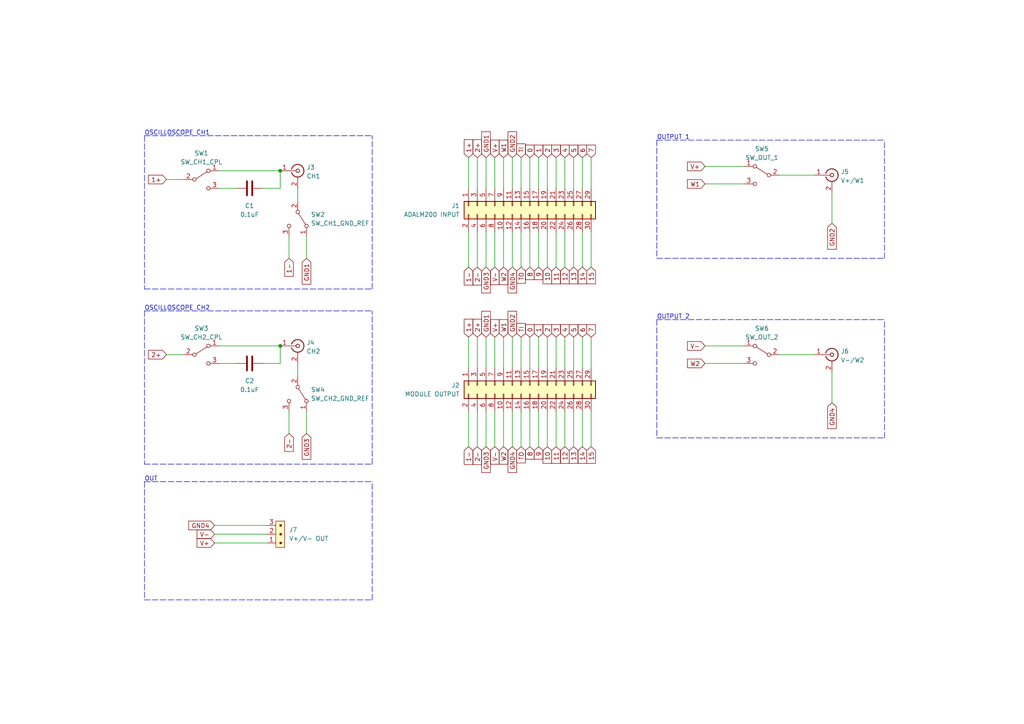
<source format=kicad_sch>
(kicad_sch (version 20211123) (generator eeschema)
  (paper "A4")
  (title_block (title "ADALM2000 Probe Board") (date "2022-11-30") (company "Eng. Jonnes Nascimento") (comment 1 "Others: Blue mask with white silk") (comment 2 "Layers: 4 (2 surfaces and 2 GND central layers)") (comment 3 "Board size: 6 cm x 6 cm"))
  (lib_symbols
    (symbol "Connector:Conn_Coaxial" (pin_names (offset 1.016) hide)
      (property "Reference" "J" (at 0.254 3.048 0))
      (property "Value" "Conn_Coaxial" (at 2.921 0 90))
      (symbol "Conn_Coaxial_0_1"
        (arc (start -1.778 -0.508) (mid 0.2311 -1.8066) (end 1.778 0) (stroke (width 0.254)))
        (polyline (pts (xy -2.54 0) (xy -0.508 0)))
        (polyline (pts (xy 0 -2.54) (xy 0 -1.778)))
        (circle (center 0 0) (radius 0.508) (stroke (width 0.2032)))
        (arc (start 1.778 0) (mid 0.2099 1.8101) (end -1.778 0.508) (stroke (width 0.254)))
      )
      (symbol "Conn_Coaxial_1_1"
        (pin passive line (at -5.08 0 0) (length 2.54) (name "In") (number "1"))
        (pin passive line (at 0 -5.08 90) (length 2.54) (name "Ext") (number "2"))
      )
    )
    (symbol "Connector_Generic:Conn_02x15_Odd_Even" (pin_names (offset 1.016) hide)
      (property "Reference" "J" (at 1.27 20.32 0))
      (property "Value" "Conn_02x15_Odd_Even" (at 1.27 -20.32 0))
      (symbol "Conn_02x15_Odd_Even_1_1"
        (rectangle (start -1.27 -17.653) (end 0 -17.907) (stroke (width 0.1524)))
        (rectangle (start -1.27 -15.113) (end 0 -15.367) (stroke (width 0.1524)))
        (rectangle (start -1.27 -12.573) (end 0 -12.827) (stroke (width 0.1524)))
        (rectangle (start -1.27 -10.033) (end 0 -10.287) (stroke (width 0.1524)))
        (rectangle (start -1.27 -7.493) (end 0 -7.747) (stroke (width 0.1524)))
        (rectangle (start -1.27 -4.953) (end 0 -5.207) (stroke (width 0.1524)))
        (rectangle (start -1.27 -2.413) (end 0 -2.667) (stroke (width 0.1524)))
        (rectangle (start -1.27 0.127) (end 0 -0.127) (stroke (width 0.1524)))
        (rectangle (start -1.27 2.667) (end 0 2.413) (stroke (width 0.1524)))
        (rectangle (start -1.27 5.207) (end 0 4.953) (stroke (width 0.1524)))
        (rectangle (start -1.27 7.747) (end 0 7.493) (stroke (width 0.1524)))
        (rectangle (start -1.27 10.287) (end 0 10.033) (stroke (width 0.1524)))
        (rectangle (start -1.27 12.827) (end 0 12.573) (stroke (width 0.1524)))
        (rectangle (start -1.27 15.367) (end 0 15.113) (stroke (width 0.1524)))
        (rectangle (start -1.27 17.907) (end 0 17.653) (stroke (width 0.1524)))
        (rectangle (start -1.27 19.05) (end 3.81 -19.05) (stroke (width 0.254)) (fill (type background)))
        (rectangle (start 3.81 -17.653) (end 2.54 -17.907) (stroke (width 0.1524)))
        (rectangle (start 3.81 -15.113) (end 2.54 -15.367) (stroke (width 0.1524)))
        (rectangle (start 3.81 -12.573) (end 2.54 -12.827) (stroke (width 0.1524)))
        (rectangle (start 3.81 -10.033) (end 2.54 -10.287) (stroke (width 0.1524)))
        (rectangle (start 3.81 -7.493) (end 2.54 -7.747) (stroke (width 0.1524)))
        (rectangle (start 3.81 -4.953) (end 2.54 -5.207) (stroke (width 0.1524)))
        (rectangle (start 3.81 -2.413) (end 2.54 -2.667) (stroke (width 0.1524)))
        (rectangle (start 3.81 0.127) (end 2.54 -0.127) (stroke (width 0.1524)))
        (rectangle (start 3.81 2.667) (end 2.54 2.413) (stroke (width 0.1524)))
        (rectangle (start 3.81 5.207) (end 2.54 4.953) (stroke (width 0.1524)))
        (rectangle (start 3.81 7.747) (end 2.54 7.493) (stroke (width 0.1524)))
        (rectangle (start 3.81 10.287) (end 2.54 10.033) (stroke (width 0.1524)))
        (rectangle (start 3.81 12.827) (end 2.54 12.573) (stroke (width 0.1524)))
        (rectangle (start 3.81 15.367) (end 2.54 15.113) (stroke (width 0.1524)))
        (rectangle (start 3.81 17.907) (end 2.54 17.653) (stroke (width 0.1524)))
        (pin passive line (at -5.08 17.78 0) (length 3.81) (name "Pin_1") (number "1"))
        (pin passive line (at 7.62 7.62 180) (length 3.81) (name "Pin_10") (number "10"))
        (pin passive line (at -5.08 5.08 0) (length 3.81) (name "Pin_11") (number "11"))
        (pin passive line (at 7.62 5.08 180) (length 3.81) (name "Pin_12") (number "12"))
        (pin passive line (at -5.08 2.54 0) (length 3.81) (name "Pin_13") (number "13"))
        (pin passive line (at 7.62 2.54 180) (length 3.81) (name "Pin_14") (number "14"))
        (pin passive line (at -5.08 0 0) (length 3.81) (name "Pin_15") (number "15"))
        (pin passive line (at 7.62 0 180) (length 3.81) (name "Pin_16") (number "16"))
        (pin passive line (at -5.08 -2.54 0) (length 3.81) (name "Pin_17") (number "17"))
        (pin passive line (at 7.62 -2.54 180) (length 3.81) (name "Pin_18") (number "18"))
        (pin passive line (at -5.08 -5.08 0) (length 3.81) (name "Pin_19") (number "19"))
        (pin passive line (at 7.62 17.78 180) (length 3.81) (name "Pin_2") (number "2"))
        (pin passive line (at 7.62 -5.08 180) (length 3.81) (name "Pin_20") (number "20"))
        (pin passive line (at -5.08 -7.62 0) (length 3.81) (name "Pin_21") (number "21"))
        (pin passive line (at 7.62 -7.62 180) (length 3.81) (name "Pin_22") (number "22"))
        (pin passive line (at -5.08 -10.16 0) (length 3.81) (name "Pin_23") (number "23"))
        (pin passive line (at 7.62 -10.16 180) (length 3.81) (name "Pin_24") (number "24"))
        (pin passive line (at -5.08 -12.7 0) (length 3.81) (name "Pin_25") (number "25"))
        (pin passive line (at 7.62 -12.7 180) (length 3.81) (name "Pin_26") (number "26"))
        (pin passive line (at -5.08 -15.24 0) (length 3.81) (name "Pin_27") (number "27"))
        (pin passive line (at 7.62 -15.24 180) (length 3.81) (name "Pin_28") (number "28"))
        (pin passive line (at -5.08 -17.78 0) (length 3.81) (name "Pin_29") (number "29"))
        (pin passive line (at -5.08 15.24 0) (length 3.81) (name "Pin_3") (number "3"))
        (pin passive line (at 7.62 -17.78 180) (length 3.81) (name "Pin_30") (number "30"))
        (pin passive line (at 7.62 15.24 180) (length 3.81) (name "Pin_4") (number "4"))
        (pin passive line (at -5.08 12.7 0) (length 3.81) (name "Pin_5") (number "5"))
        (pin passive line (at 7.62 12.7 180) (length 3.81) (name "Pin_6") (number "6"))
        (pin passive line (at -5.08 10.16 0) (length 3.81) (name "Pin_7") (number "7"))
        (pin passive line (at 7.62 10.16 180) (length 3.81) (name "Pin_8") (number "8"))
        (pin passive line (at -5.08 7.62 0) (length 3.81) (name "Pin_9") (number "9"))
      )
    )
    (symbol "Device:C" (pin_numbers hide) (pin_names (offset 0.254))
      (property "Reference" "C" (at 0.635 2.54 0))
      (property "Value" "C" (at 0.635 -2.54 0))
      (symbol "C_0_1"
        (polyline (pts (xy -2.032 -0.762) (xy 2.032 -0.762)) (stroke (width 0.508)))
        (polyline (pts (xy -2.032 0.762) (xy 2.032 0.762)) (stroke (width 0.508)))
      )
      (symbol "C_1_1"
        (pin passive line (at 0 3.81 270) (length 2.794) (name "~") (number "1"))
        (pin passive line (at 0 -3.81 90) (length 2.794) (name "~") (number "2"))
      )
    )
    (symbol "Switch:SW_SPDT" (pin_names (offset 0) hide)
      (property "Reference" "SW" (at 0 4.318 0))
      (property "Value" "SW_SPDT" (at 0 -5.08 0))
      (symbol "SW_SPDT_0_0"
        (circle (center -2.032 0) (radius 0.508))
        (circle (center 2.032 -2.54) (radius 0.508))
      )
      (symbol "SW_SPDT_0_1"
        (polyline (pts (xy -1.524 0.254) (xy 1.651 2.286)))
        (circle (center 2.032 2.54) (radius 0.508))
      )
      (symbol "SW_SPDT_1_1"
        (pin passive line (at 5.08 2.54 180) (length 2.54) (name "A") (number "1"))
        (pin passive line (at -5.08 0 0) (length 2.54) (name "B") (number "2"))
        (pin passive line (at 5.08 -2.54 180) (length 2.54) (name "C") (number "3"))
      )
    )
    (symbol "dk_Rectangular-Connectors-Headers-Male-Pins:61300311121" (pin_names (offset 1.016))
      (property "Reference" "J" (at -5.08 2.54 0))
      (property "Value" "61300311121" (at 2.54 -2.54 0))
      (symbol "61300311121_1_1"
        (rectangle (start -1.27 1.27) (end 6.35 -1.27) (fill (type background)))
        (rectangle (start -0.254 0.127) (end 0.254 -0.381) (fill (type outline)))
        (rectangle (start 2.286 0.127) (end 2.794 -0.381) (fill (type outline)))
        (rectangle (start 4.826 0.127) (end 5.334 -0.381) (fill (type outline)))
        (pin passive line (at 0 3.81 270) (length 2.54) (name "~") (number "1"))
        (pin passive line (at 2.54 3.81 270) (length 2.54) (name "~") (number "2"))
        (pin passive line (at 5.08 3.81 270) (length 2.54) (name "~") (number "3"))
      )
    )
  )
  (junction (at 81.28 100.33))
  (junction (at 81.28 49.53))
  (wire (pts (xy 156.21 97.79) (xy 156.21 106.68)))
  (wire (pts (xy 153.67 67.31) (xy 153.67 77.47)))
  (wire (pts (xy 148.59 119.38) (xy 148.59 129.54)))
  (wire (pts (xy 62.23 154.94) (xy 77.47 154.94)))
  (wire (pts (xy 135.89 119.38) (xy 135.89 129.54)))
  (wire (pts (xy 241.3 107.95) (xy 241.3 116.84)))
  (wire (pts (xy 63.5 105.41) (xy 68.58 105.41)))
  (wire (pts (xy 171.45 119.38) (xy 171.45 129.54)))
  (wire (pts (xy 241.3 55.88) (xy 241.3 64.77)))
  (polyline (pts (xy 41.91 173.99) (xy 107.95 173.99)))
  (wire (pts (xy 153.67 119.38) (xy 153.67 129.54)))
  (wire (pts (xy 204.47 48.26) (xy 215.9 48.26)))
  (wire (pts (xy 226.06 102.87) (xy 236.22 102.87)))
  (wire (pts (xy 158.75 45.72) (xy 158.75 54.61)))
  (wire (pts (xy 146.05 97.79) (xy 146.05 106.68)))
  (wire (pts (xy 148.59 67.31) (xy 148.59 77.47)))
  (wire (pts (xy 166.37 67.31) (xy 166.37 77.47)))
  (wire (pts (xy 204.47 100.33) (xy 215.9 100.33)))
  (wire (pts (xy 81.28 105.41) (xy 81.28 100.33)))
  (wire (pts (xy 140.97 119.38) (xy 140.97 129.54)))
  (wire (pts (xy 76.2 105.41) (xy 81.28 105.41)))
  (wire (pts (xy 161.29 97.79) (xy 161.29 106.68)))
  (wire (pts (xy 62.23 152.4) (xy 77.47 152.4)))
  (polyline (pts (xy 41.91 139.7) (xy 41.91 173.99)))
  (polyline (pts (xy 107.95 83.82) (xy 107.95 39.37)))
  (wire (pts (xy 168.91 67.31) (xy 168.91 77.47)))
  (wire (pts (xy 151.13 97.79) (xy 151.13 106.68)))
  (wire (pts (xy 151.13 45.72) (xy 151.13 54.61)))
  (wire (pts (xy 151.13 119.38) (xy 151.13 129.54)))
  (wire (pts (xy 163.83 119.38) (xy 163.83 129.54)))
  (wire (pts (xy 156.21 45.72) (xy 156.21 54.61)))
  (wire (pts (xy 76.2 54.61) (xy 81.28 54.61)))
  (wire (pts (xy 166.37 119.38) (xy 166.37 129.54)))
  (wire (pts (xy 138.43 97.79) (xy 138.43 106.68)))
  (polyline (pts (xy 41.91 90.17) (xy 107.95 90.17)))
  (wire (pts (xy 171.45 45.72) (xy 171.45 54.61)))
  (wire (pts (xy 148.59 97.79) (xy 148.59 106.68)))
  (polyline (pts (xy 41.91 134.62) (xy 107.95 134.62)))
  (wire (pts (xy 138.43 45.72) (xy 138.43 54.61)))
  (wire (pts (xy 171.45 97.79) (xy 171.45 106.68)))
  (wire (pts (xy 158.75 119.38) (xy 158.75 129.54)))
  (wire (pts (xy 83.82 68.58) (xy 83.82 74.93)))
  (wire (pts (xy 148.59 45.72) (xy 148.59 54.61)))
  (polyline (pts (xy 41.91 90.17) (xy 41.91 134.62)))
  (wire (pts (xy 158.75 97.79) (xy 158.75 106.68)))
  (wire (pts (xy 138.43 67.31) (xy 138.43 77.47)))
  (wire (pts (xy 83.82 119.38) (xy 83.82 125.73)))
  (wire (pts (xy 168.91 45.72) (xy 168.91 54.61)))
  (wire (pts (xy 138.43 119.38) (xy 138.43 129.54)))
  (wire (pts (xy 86.36 54.61) (xy 86.36 58.42)))
  (wire (pts (xy 63.5 100.33) (xy 81.28 100.33)))
  (polyline (pts (xy 190.5 92.71) (xy 256.54 92.71)))
  (wire (pts (xy 168.91 119.38) (xy 168.91 129.54)))
  (wire (pts (xy 161.29 119.38) (xy 161.29 129.54)))
  (polyline (pts (xy 190.5 40.64) (xy 256.54 40.64)))
  (wire (pts (xy 48.26 102.87) (xy 53.34 102.87)))
  (wire (pts (xy 88.9 119.38) (xy 88.9 125.73)))
  (polyline (pts (xy 190.5 74.93) (xy 256.54 74.93)))
  (polyline (pts (xy 107.95 173.99) (xy 107.95 139.7)))
  (polyline (pts (xy 41.91 139.7) (xy 107.95 139.7)))
  (wire (pts (xy 63.5 49.53) (xy 81.28 49.53)))
  (wire (pts (xy 86.36 105.41) (xy 86.36 109.22)))
  (wire (pts (xy 153.67 45.72) (xy 153.67 54.61)))
  (wire (pts (xy 153.67 97.79) (xy 153.67 106.68)))
  (wire (pts (xy 166.37 45.72) (xy 166.37 54.61)))
  (wire (pts (xy 156.21 119.38) (xy 156.21 129.54)))
  (polyline (pts (xy 190.5 127) (xy 256.54 127)))
  (polyline (pts (xy 190.5 40.64) (xy 190.5 74.93)))
  (wire (pts (xy 156.21 67.31) (xy 156.21 77.47)))
  (wire (pts (xy 63.5 54.61) (xy 68.58 54.61)))
  (wire (pts (xy 163.83 45.72) (xy 163.83 54.61)))
  (polyline (pts (xy 190.5 92.71) (xy 190.5 127)))
  (wire (pts (xy 135.89 45.72) (xy 135.89 54.61)))
  (polyline (pts (xy 256.54 127) (xy 256.54 92.71)))
  (wire (pts (xy 204.47 105.41) (xy 215.9 105.41)))
  (wire (pts (xy 151.13 67.31) (xy 151.13 77.47)))
  (wire (pts (xy 143.51 45.72) (xy 143.51 54.61)))
  (wire (pts (xy 166.37 97.79) (xy 166.37 106.68)))
  (wire (pts (xy 135.89 97.79) (xy 135.89 106.68)))
  (polyline (pts (xy 256.54 74.93) (xy 256.54 40.64)))
  (wire (pts (xy 163.83 97.79) (xy 163.83 106.68)))
  (wire (pts (xy 48.26 52.07) (xy 53.34 52.07)))
  (wire (pts (xy 62.23 157.48) (xy 77.47 157.48)))
  (polyline (pts (xy 41.91 83.82) (xy 107.95 83.82)))
  (wire (pts (xy 146.05 45.72) (xy 146.05 54.61)))
  (wire (pts (xy 226.06 50.8) (xy 236.22 50.8)))
  (wire (pts (xy 146.05 119.38) (xy 146.05 129.54)))
  (wire (pts (xy 143.51 97.79) (xy 143.51 106.68)))
  (wire (pts (xy 161.29 67.31) (xy 161.29 77.47)))
  (wire (pts (xy 140.97 97.79) (xy 140.97 106.68)))
  (wire (pts (xy 158.75 67.31) (xy 158.75 77.47)))
  (wire (pts (xy 146.05 67.31) (xy 146.05 77.47)))
  (wire (pts (xy 140.97 67.31) (xy 140.97 77.47)))
  (wire (pts (xy 161.29 45.72) (xy 161.29 54.61)))
  (wire (pts (xy 143.51 67.31) (xy 143.51 77.47)))
  (polyline (pts (xy 41.91 39.37) (xy 41.91 83.82)))
  (wire (pts (xy 135.89 67.31) (xy 135.89 77.47)))
  (wire (pts (xy 168.91 97.79) (xy 168.91 106.68)))
  (wire (pts (xy 143.51 119.38) (xy 143.51 129.54)))
  (polyline (pts (xy 107.95 134.62) (xy 107.95 90.17)))
  (wire (pts (xy 88.9 68.58) (xy 88.9 74.93)))
  (polyline (pts (xy 41.91 39.37) (xy 107.95 39.37)))
  (wire (pts (xy 81.28 54.61) (xy 81.28 49.53)))
  (wire (pts (xy 140.97 45.72) (xy 140.97 54.61)))
  (wire (pts (xy 163.83 67.31) (xy 163.83 77.47)))
  (wire (pts (xy 171.45 67.31) (xy 171.45 77.47)))
  (wire (pts (xy 204.47 53.34) (xy 215.9 53.34)))
  (text "OUTPUT 2" (at 190.5 92.71 0) (effects (font (size 1.27 1.27)) (justify left bottom)))
  (text "OUT" (at 41.91 139.7 0) (effects (font (size 1.27 1.27)) (justify left bottom)))
  (text "OSCILLOSCOPE CH2" (at 41.91 90.17 0) (effects (font (size 1.27 1.27)) (justify left bottom)))
  (text "OSCILLOSCOPE CH1" (at 41.91 39.37 0) (effects (font (size 1.27 1.27)) (justify left bottom)))
  (text "OUTPUT 1\n" (at 190.5 40.64 0) (effects (font (size 1.27 1.27)) (justify left bottom)))
  (global_label "0" (shape input) (at 153.67 97.79 90) (property "Intersheet References" "${INTERSHEET_REFS}" (effects hide)))
  (global_label "V-" (shape input) (at 62.23 154.94 180) (property "Intersheet References" "${INTERSHEET_REFS}" (effects hide)))
  (global_label "W2" (shape input) (at 146.05 77.47 270) (property "Intersheet References" "${INTERSHEET_REFS}" (effects hide)))
  (global_label "2+" (shape input) (at 138.43 97.79 90) (property "Intersheet References" "${INTERSHEET_REFS}" (effects hide)))
  (global_label "9" (shape input) (at 156.21 77.47 270) (property "Intersheet References" "${INTERSHEET_REFS}" (effects hide)))
  (global_label "14" (shape input) (at 168.91 77.47 270) (property "Intersheet References" "${INTERSHEET_REFS}" (effects hide)))
  (global_label "4" (shape input) (at 163.83 45.72 90) (property "Intersheet References" "${INTERSHEET_REFS}" (effects hide)))
  (global_label "W1" (shape input) (at 146.05 45.72 90) (property "Intersheet References" "${INTERSHEET_REFS}" (effects hide)))
  (global_label "8" (shape input) (at 153.67 77.47 270) (property "Intersheet References" "${INTERSHEET_REFS}" (effects hide)))
  (global_label "W1" (shape input) (at 204.47 53.34 180) (property "Intersheet References" "${INTERSHEET_REFS}" (effects hide)))
  (global_label "GND2" (shape input) (at 148.59 45.72 90) (property "Intersheet References" "${INTERSHEET_REFS}" (effects hide)))
  (global_label "1-" (shape input) (at 135.89 77.47 270) (property "Intersheet References" "${INTERSHEET_REFS}" (effects hide)))
  (global_label "3" (shape input) (at 161.29 45.72 90) (property "Intersheet References" "${INTERSHEET_REFS}" (effects hide)))
  (global_label "1+" (shape input) (at 135.89 97.79 90) (property "Intersheet References" "${INTERSHEET_REFS}" (effects hide)))
  (global_label "4" (shape input) (at 163.83 97.79 90) (property "Intersheet References" "${INTERSHEET_REFS}" (effects hide)))
  (global_label "GND3" (shape input) (at 140.97 129.54 270) (property "Intersheet References" "${INTERSHEET_REFS}" (effects hide)))
  (global_label "1" (shape input) (at 156.21 45.72 90) (property "Intersheet References" "${INTERSHEET_REFS}" (effects hide)))
  (global_label "TO" (shape input) (at 151.13 129.54 270) (property "Intersheet References" "${INTERSHEET_REFS}" (effects hide)))
  (global_label "1" (shape input) (at 156.21 97.79 90) (property "Intersheet References" "${INTERSHEET_REFS}" (effects hide)))
  (global_label "TO" (shape input) (at 151.13 77.47 270) (property "Intersheet References" "${INTERSHEET_REFS}" (effects hide)))
  (global_label "12" (shape input) (at 163.83 129.54 270) (property "Intersheet References" "${INTERSHEET_REFS}" (effects hide)))
  (global_label "7" (shape input) (at 171.45 97.79 90) (property "Intersheet References" "${INTERSHEET_REFS}" (effects hide)))
  (global_label "V+" (shape input) (at 62.23 157.48 180) (property "Intersheet References" "${INTERSHEET_REFS}" (effects hide)))
  (global_label "TI" (shape input) (at 151.13 45.72 90) (property "Intersheet References" "${INTERSHEET_REFS}" (effects hide)))
  (global_label "7" (shape input) (at 171.45 45.72 90) (property "Intersheet References" "${INTERSHEET_REFS}" (effects hide)))
  (global_label "1-" (shape input) (at 83.82 74.93 270) (property "Intersheet References" "${INTERSHEET_REFS}" (effects hide)))
  (global_label "2-" (shape input) (at 138.43 129.54 270) (property "Intersheet References" "${INTERSHEET_REFS}" (effects hide)))
  (global_label "V-" (shape input) (at 143.51 77.47 270) (property "Intersheet References" "${INTERSHEET_REFS}" (effects hide)))
  (global_label "2+" (shape input) (at 138.43 45.72 90) (property "Intersheet References" "${INTERSHEET_REFS}" (effects hide)))
  (global_label "10" (shape input) (at 158.75 129.54 270) (property "Intersheet References" "${INTERSHEET_REFS}" (effects hide)))
  (global_label "GND2" (shape input) (at 148.59 97.79 90) (property "Intersheet References" "${INTERSHEET_REFS}" (effects hide)))
  (global_label "3" (shape input) (at 161.29 97.79 90) (property "Intersheet References" "${INTERSHEET_REFS}" (effects hide)))
  (global_label "V-" (shape input) (at 143.51 129.54 270) (property "Intersheet References" "${INTERSHEET_REFS}" (effects hide)))
  (global_label "1+" (shape input) (at 48.26 52.07 180) (property "Intersheet References" "${INTERSHEET_REFS}" (effects hide)))
  (global_label "GND4" (shape input) (at 241.3 116.84 270) (property "Intersheet References" "${INTERSHEET_REFS}" (effects hide)))
  (global_label "V-" (shape input) (at 204.47 100.33 180) (property "Intersheet References" "${INTERSHEET_REFS}" (effects hide)))
  (global_label "V+" (shape input) (at 204.47 48.26 180) (property "Intersheet References" "${INTERSHEET_REFS}" (effects hide)))
  (global_label "GND4" (shape input) (at 148.59 129.54 270) (property "Intersheet References" "${INTERSHEET_REFS}" (effects hide)))
  (global_label "V+" (shape input) (at 143.51 45.72 90) (property "Intersheet References" "${INTERSHEET_REFS}" (effects hide)))
  (global_label "1-" (shape input) (at 135.89 129.54 270) (property "Intersheet References" "${INTERSHEET_REFS}" (effects hide)))
  (global_label "15" (shape input) (at 171.45 129.54 270) (property "Intersheet References" "${INTERSHEET_REFS}" (effects hide)))
  (global_label "GND3" (shape input) (at 88.9 125.73 270) (property "Intersheet References" "${INTERSHEET_REFS}" (effects hide)))
  (global_label "TI" (shape input) (at 151.13 97.79 90) (property "Intersheet References" "${INTERSHEET_REFS}" (effects hide)))
  (global_label "GND1" (shape input) (at 140.97 45.72 90) (property "Intersheet References" "${INTERSHEET_REFS}" (effects hide)))
  (global_label "13" (shape input) (at 166.37 77.47 270) (property "Intersheet References" "${INTERSHEET_REFS}" (effects hide)))
  (global_label "2-" (shape input) (at 83.82 125.73 270) (property "Intersheet References" "${INTERSHEET_REFS}" (effects hide)))
  (global_label "11" (shape input) (at 161.29 77.47 270) (property "Intersheet References" "${INTERSHEET_REFS}" (effects hide)))
  (global_label "13" (shape input) (at 166.37 129.54 270) (property "Intersheet References" "${INTERSHEET_REFS}" (effects hide)))
  (global_label "GND2" (shape input) (at 241.3 64.77 270) (property "Intersheet References" "${INTERSHEET_REFS}" (effects hide)))
  (global_label "10" (shape input) (at 158.75 77.47 270) (property "Intersheet References" "${INTERSHEET_REFS}" (effects hide)))
  (global_label "11" (shape input) (at 161.29 129.54 270) (property "Intersheet References" "${INTERSHEET_REFS}" (effects hide)))
  (global_label "5" (shape input) (at 166.37 45.72 90) (property "Intersheet References" "${INTERSHEET_REFS}" (effects hide)))
  (global_label "W2" (shape input) (at 204.47 105.41 180) (property "Intersheet References" "${INTERSHEET_REFS}" (effects hide)))
  (global_label "8" (shape input) (at 153.67 129.54 270) (property "Intersheet References" "${INTERSHEET_REFS}" (effects hide)))
  (global_label "6" (shape input) (at 168.91 97.79 90) (property "Intersheet References" "${INTERSHEET_REFS}" (effects hide)))
  (global_label "15" (shape input) (at 171.45 77.47 270) (property "Intersheet References" "${INTERSHEET_REFS}" (effects hide)))
  (global_label "2+" (shape input) (at 48.26 102.87 180) (property "Intersheet References" "${INTERSHEET_REFS}" (effects hide)))
  (global_label "9" (shape input) (at 156.21 129.54 270) (property "Intersheet References" "${INTERSHEET_REFS}" (effects hide)))
  (global_label "2-" (shape input) (at 138.43 77.47 270) (property "Intersheet References" "${INTERSHEET_REFS}" (effects hide)))
  (global_label "0" (shape input) (at 153.67 45.72 90) (property "Intersheet References" "${INTERSHEET_REFS}" (effects hide)))
  (global_label "5" (shape input) (at 166.37 97.79 90) (property "Intersheet References" "${INTERSHEET_REFS}" (effects hide)))
  (global_label "GND4" (shape input) (at 62.23 152.4 180) (property "Intersheet References" "${INTERSHEET_REFS}" (effects hide)))
  (global_label "1+" (shape input) (at 135.89 45.72 90) (property "Intersheet References" "${INTERSHEET_REFS}" (effects hide)))
  (global_label "GND1" (shape input) (at 140.97 97.79 90) (property "Intersheet References" "${INTERSHEET_REFS}" (effects hide)))
  (global_label "W1" (shape input) (at 146.05 97.79 90) (property "Intersheet References" "${INTERSHEET_REFS}" (effects hide)))
  (global_label "2" (shape input) (at 158.75 97.79 90) (property "Intersheet References" "${INTERSHEET_REFS}" (effects hide)))
  (global_label "V+" (shape input) (at 143.51 97.79 90) (property "Intersheet References" "${INTERSHEET_REFS}" (effects hide)))
  (global_label "GND1" (shape input) (at 88.9 74.93 270) (property "Intersheet References" "${INTERSHEET_REFS}" (effects hide)))
  (global_label "14" (shape input) (at 168.91 129.54 270) (property "Intersheet References" "${INTERSHEET_REFS}" (effects hide)))
  (global_label "2" (shape input) (at 158.75 45.72 90) (property "Intersheet References" "${INTERSHEET_REFS}" (effects hide)))
  (global_label "12" (shape input) (at 163.83 77.47 270) (property "Intersheet References" "${INTERSHEET_REFS}" (effects hide)))
  (global_label "6" (shape input) (at 168.91 45.72 90) (property "Intersheet References" "${INTERSHEET_REFS}" (effects hide)))
  (global_label "GND3" (shape input) (at 140.97 77.47 270) (property "Intersheet References" "${INTERSHEET_REFS}" (effects hide)))
  (global_label "GND4" (shape input) (at 148.59 77.47 270) (property "Intersheet References" "${INTERSHEET_REFS}" (effects hide)))
  (global_label "W2" (shape input) (at 146.05 129.54 270) (property "Intersheet References" "${INTERSHEET_REFS}" (effects hide)))
  (symbol (lib_id "Connector_Generic:Conn_02x15_Odd_Even") (at 153.67 59.69 90) (mirror x) (unit 1)
    (property "Reference" "J1" (at 133.35 59.6899 90) (effects (justify left)))
    (property "Value" "ADALM200 INPUT" (at 133.35 62.2299 90) (effects (justify left)))
    (property "Footprint" "Connector_IDC:IDC-Header_2x15_P2.54mm_Horizontal" (effects hide))
  )
  (symbol (lib_id "Switch:SW_SPDT") (at 58.42 102.87 0) (unit 1)
    (property "Reference" "SW3" (at 58.42 95.25 0))
    (property "Value" "SW_CH2_CPL" (at 58.42 97.79 0))
    (property "Footprint" "KiCad:SS12D00G3" (effects hide))
    (property "Obs" "2 Position SPDT 1P2T 3Pin Mini Vertical Slide Switch - SS12D00G3" (effects hide))
  )
  (symbol (lib_id "Connector:Conn_Coaxial") (at 86.36 100.33 0) (unit 1)
    (property "Reference" "J4" (at 88.9 99.3531 0) (effects (justify left)))
    (property "Value" "CH2" (at 88.9 101.8931 0) (effects (justify left)))
    (property "Footprint" "w_conn_rf:bnc_90_1-1337543-0" (effects hide))
    (property "Datasheet" " ~" (effects hide))
  )
  (symbol (lib_id "Connector:Conn_Coaxial") (at 86.36 49.53 0) (unit 1)
    (property "Reference" "J3" (at 88.9 48.5531 0) (effects (justify left)))
    (property "Value" "CH1" (at 88.9 51.0931 0) (effects (justify left)))
    (property "Footprint" "w_conn_rf:bnc_90_1-1337543-0" (effects hide))
    (property "Datasheet" " ~" (effects hide))
  )
  (symbol (lib_id "Device:C") (at 72.39 105.41 90) (unit 1)
    (property "Reference" "C2" (at 72.39 110.49 90))
    (property "Value" "0.1uF" (at 72.39 113.03 90))
    (property "Footprint" "Capacitor_SMD:C_0805_2012Metric" (effects hide))
  )
  (symbol (lib_id "Device:C") (at 72.39 54.61 90) (unit 1)
    (property "Reference" "C1" (at 72.39 59.69 90))
    (property "Value" "0.1uF" (at 72.39 62.23 90))
    (property "Footprint" "Capacitor_SMD:C_0805_2012Metric" (effects hide))
  )
  (symbol (lib_id "Connector:Conn_Coaxial") (at 241.3 102.87 0) (unit 1)
    (property "Reference" "J6" (at 243.84 101.8931 0) (effects (justify left)))
    (property "Value" "V-/W2" (at 243.84 104.4331 0) (effects (justify left)))
    (property "Footprint" "w_conn_rf:bnc_90_1-1337543-0" (effects hide))
    (property "Datasheet" " ~" (effects hide))
  )
  (symbol (lib_id "Connector:Conn_Coaxial") (at 241.3 50.8 0) (unit 1)
    (property "Reference" "J5" (at 243.84 49.8231 0) (effects (justify left)))
    (property "Value" "V+/W1" (at 243.84 52.3631 0) (effects (justify left)))
    (property "Footprint" "w_conn_rf:bnc_90_1-1337543-0" (effects hide))
    (property "Datasheet" " ~" (effects hide))
  )
  (symbol (lib_id "Switch:SW_SPDT") (at 86.36 114.3 270) (unit 1)
    (property "Reference" "SW4" (at 90.17 113.0299 90) (effects (justify left)))
    (property "Value" "SW_CH2_GND_REF" (at 90.17 115.5699 90) (effects (justify left)))
    (property "Footprint" "KiCad:SS12D00G3" (effects hide))
  )
  (symbol (lib_id "dk_Rectangular-Connectors-Headers-Male-Pins:61300311121") (at 81.28 157.48 90) (unit 1)
    (property "Reference" "J7" (at 83.82 153.6699 90) (effects (justify right)))
    (property "Value" "V+/V- OUT" (at 83.82 156.2099 90) (effects (justify right)))
    (property "Footprint" "digikey-footprints:PinHeader_1x3_P2.54_Drill1.1mm" (effects hide))
    (property "Datasheet" "https://katalog.we-online.de/em/datasheet/6130xx11121.pdf" (effects hide))
    (property "Digi-Key_PN" "732-5316-ND" (effects hide))
    (property "MPN" "61300311121" (effects hide))
    (property "Category" "Connectors, Interconnects" (effects hide))
    (property "Family" "Rectangular Connectors - Headers, Male Pins" (effects hide))
    (property "DK_Datasheet_Link" "https://katalog.we-online.de/em/datasheet/6130xx11121.pdf" (effects hide))
    (property "DK_Detail_Page" "/product-detail/en/wurth-electronics-inc/61300311121/732-5316-ND/4846825" (effects hide))
    (property "Description" "CONN HEADER VERT 3POS 2.54MM" (effects hide))
    (property "Manufacturer" "Wurth Electronics Inc." (effects hide))
    (property "Status" "Active" (effects hide))
  )
  (symbol (lib_id "Switch:SW_SPDT") (at 58.42 52.07 0) (unit 1)
    (property "Reference" "SW1" (at 58.42 44.45 0))
    (property "Value" "SW_CH1_CPL" (at 58.42 46.99 0))
    (property "Footprint" "KiCad:SS12D00G3" (effects hide))
    (property "Obs" "2 Position SPDT 1P2T 3Pin Mini Vertical Slide Switch - SS12D00G3" (effects hide))
  )
  (symbol (lib_id "Connector_Generic:Conn_02x15_Odd_Even") (at 153.67 111.76 90) (mirror x) (unit 1)
    (property "Reference" "J2" (at 133.35 111.7599 90) (effects (justify left)))
    (property "Value" "MODULE OUTPUT" (at 133.35 114.2999 90) (effects (justify left)))
    (property "Footprint" "Jonnes Library:IDC-Header_2x15_P2.54mm_Horizontal - Pin 1 on left from front view" (effects hide))
  )
  (symbol (lib_id "Switch:SW_SPDT") (at 220.98 102.87 0) (mirror y) (unit 1)
    (property "Reference" "SW6" (at 220.98 95.25 0))
    (property "Value" "SW_OUT_2" (at 220.98 97.79 0))
    (property "Footprint" "KiCad:SS12D00G3" (effects hide))
    (property "Obs" "2 Position SPDT 1P2T 3Pin Mini Vertical Slide Switch - SS12D00G3" (effects hide))
  )
  (symbol (lib_id "Switch:SW_SPDT") (at 220.98 50.8 0) (mirror y) (unit 1)
    (property "Reference" "SW5" (at 220.98 43.18 0))
    (property "Value" "SW_OUT_1" (at 220.98 45.72 0))
    (property "Footprint" "KiCad:SS12D00G3" (effects hide))
    (property "Obs" "2 Position SPDT 1P2T 3Pin Mini Vertical Slide Switch - SS12D00G3" (effects hide))
  )
  (symbol (lib_id "Switch:SW_SPDT") (at 86.36 63.5 270) (unit 1)
    (property "Reference" "SW2" (at 90.17 62.2299 90) (effects (justify left)))
    (property "Value" "SW_CH1_GND_REF" (at 90.17 64.7699 90) (effects (justify left)))
    (property "Footprint" "KiCad:SS12D00G3" (effects hide))
  )
)
</source>
